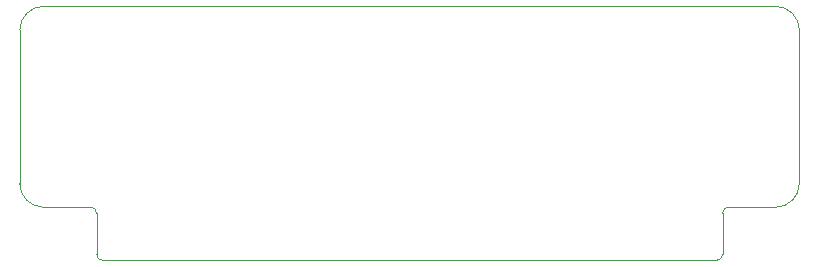
<source format=gbr>
G04 #@! TF.GenerationSoftware,KiCad,Pcbnew,(5.1.5)-3*
G04 #@! TF.CreationDate,2020-03-16T11:49:10-04:00*
G04 #@! TF.ProjectId,Step_Direction_Board,53746570-5f44-4697-9265-6374696f6e5f,rev?*
G04 #@! TF.SameCoordinates,PX7270e00PY78a3ca0*
G04 #@! TF.FileFunction,Profile,NP*
%FSLAX46Y46*%
G04 Gerber Fmt 4.6, Leading zero omitted, Abs format (unit mm)*
G04 Created by KiCad (PCBNEW (5.1.5)-3) date 2020-03-16 11:49:10*
%MOMM*%
%LPD*%
G04 APERTURE LIST*
%ADD10C,0.050000*%
G04 APERTURE END LIST*
D10*
X59000000Y500000D02*
G75*
G02X58500000Y0I-500000J0D01*
G01*
X59000000Y4000000D02*
G75*
G02X59500000Y4500000I500000J0D01*
G01*
X59000000Y4000000D02*
X59000000Y500000D01*
X59500000Y4500000D02*
X63500000Y4500000D01*
X6500000Y0D02*
G75*
G02X6000000Y500000I0J500000D01*
G01*
X5500000Y4500000D02*
G75*
G02X6000000Y4000000I0J-500000D01*
G01*
X6000000Y4000000D02*
X6000000Y500000D01*
X1500000Y4500000D02*
X5500000Y4500000D01*
X-500000Y19500000D02*
G75*
G02X1500000Y21500000I2000000J0D01*
G01*
X1500000Y4500000D02*
G75*
G02X-500000Y6500000I0J2000000D01*
G01*
X63500000Y21500000D02*
G75*
G02X65500000Y19500000I0J-2000000D01*
G01*
X65500000Y6500000D02*
G75*
G02X63500000Y4500000I-2000000J0D01*
G01*
X1500000Y21500000D02*
X63500000Y21500000D01*
X-500000Y6500000D02*
X-500000Y19500000D01*
X65500000Y6500000D02*
X65500000Y19500000D01*
X6500000Y0D02*
X58500000Y0D01*
M02*

</source>
